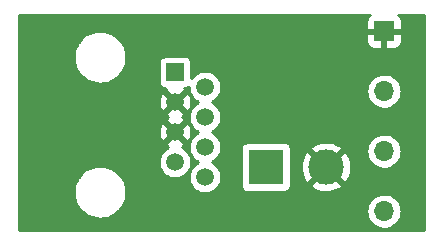
<source format=gbr>
G04 #@! TF.GenerationSoftware,KiCad,Pcbnew,5.99.0-unknown-48ae188~86~ubuntu18.04.1*
G04 #@! TF.CreationDate,2020-01-28T17:25:18+02:00*
G04 #@! TF.ProjectId,adapter,61646170-7465-4722-9e6b-696361645f70,rev?*
G04 #@! TF.SameCoordinates,Original*
G04 #@! TF.FileFunction,Copper,L1,Top*
G04 #@! TF.FilePolarity,Positive*
%FSLAX46Y46*%
G04 Gerber Fmt 4.6, Leading zero omitted, Abs format (unit mm)*
G04 Created by KiCad (PCBNEW 5.99.0-unknown-48ae188~86~ubuntu18.04.1) date 2020-01-28 17:25:18*
%MOMM*%
%LPD*%
G04 APERTURE LIST*
%ADD10R,1.700000X1.700000*%
%ADD11O,1.700000X1.700000*%
%ADD12R,3.000000X3.000000*%
%ADD13C,3.000000*%
%ADD14C,1.500000*%
%ADD15R,1.500000X1.500000*%
%ADD16C,0.254000*%
G04 APERTURE END LIST*
D10*
X81500000Y-42000000D03*
D11*
X81500000Y-47080000D03*
X81500000Y-52160000D03*
X81500000Y-57240000D03*
D12*
X71500000Y-53500000D03*
D13*
X76580000Y-53500000D03*
D14*
X66345000Y-54360000D03*
X63805000Y-53090000D03*
X66345000Y-51820000D03*
X63805000Y-50550000D03*
X66345000Y-49280000D03*
X63805000Y-48010000D03*
X66345000Y-46740000D03*
D15*
X63805000Y-45470000D03*
G36*
X80165410Y-40728990D02*
G01*
X80151239Y-40745879D01*
X80050641Y-40920120D01*
X80043100Y-40940837D01*
X80009122Y-41133538D01*
X80008163Y-41144499D01*
X80008163Y-41798191D01*
X80081972Y-41872000D01*
X82918028Y-41872000D01*
X82991837Y-41798191D01*
X82991837Y-41141742D01*
X82989681Y-41125366D01*
X82914863Y-40846142D01*
X82902120Y-40821662D01*
X82771010Y-40665410D01*
X82754121Y-40651239D01*
X82724262Y-40634000D01*
X84866000Y-40634000D01*
X84866001Y-58866000D01*
X50634000Y-58866000D01*
X50634000Y-55754598D01*
X55219541Y-55754598D01*
X55220035Y-55763164D01*
X55257133Y-56056832D01*
X55258785Y-56065252D01*
X55335397Y-56351168D01*
X55338176Y-56359285D01*
X55452881Y-56632159D01*
X55456736Y-56639824D01*
X55607413Y-56894606D01*
X55612273Y-56901677D01*
X55796134Y-57133652D01*
X55801909Y-57139998D01*
X56015551Y-57344873D01*
X56022133Y-57350377D01*
X56261605Y-57524363D01*
X56268873Y-57528922D01*
X56529740Y-57668798D01*
X56537560Y-57672329D01*
X56814998Y-57775507D01*
X56823224Y-57777944D01*
X57112098Y-57842514D01*
X57120579Y-57843812D01*
X57415543Y-57868581D01*
X57424122Y-57868716D01*
X57719718Y-57853225D01*
X57728236Y-57852194D01*
X58018996Y-57796728D01*
X58027295Y-57794551D01*
X58307836Y-57700138D01*
X58315762Y-57696855D01*
X58580895Y-57565242D01*
X58588303Y-57560914D01*
X58833121Y-57394536D01*
X58839873Y-57389242D01*
X59015571Y-57231043D01*
X80011109Y-57231043D01*
X80029188Y-57471497D01*
X80030885Y-57482034D01*
X80089221Y-57716005D01*
X80092669Y-57726104D01*
X80189591Y-57946900D01*
X80194692Y-57956275D01*
X80327430Y-58157584D01*
X80334038Y-58165965D01*
X80498798Y-58342032D01*
X80506722Y-58349180D01*
X80698792Y-58494968D01*
X80707808Y-58500679D01*
X80921696Y-58612021D01*
X80931545Y-58616131D01*
X81161134Y-58689844D01*
X81171535Y-58692236D01*
X81410262Y-58726212D01*
X81420917Y-58726817D01*
X81661956Y-58720084D01*
X81672561Y-58718885D01*
X81909019Y-58671636D01*
X81919270Y-58668667D01*
X82144387Y-58582253D01*
X82153991Y-58577600D01*
X82361330Y-58454491D01*
X82370012Y-58448286D01*
X82553645Y-58292004D01*
X82561158Y-58284424D01*
X82715833Y-58099435D01*
X82721962Y-58090698D01*
X82843256Y-57882294D01*
X82847825Y-57872650D01*
X82932272Y-57646787D01*
X82935151Y-57636511D01*
X82980392Y-57399351D01*
X82981507Y-57388128D01*
X82984077Y-57120341D01*
X82983178Y-57109099D01*
X82942499Y-56871114D01*
X82939817Y-56860784D01*
X82859723Y-56633343D01*
X82855339Y-56623612D01*
X82738067Y-56412916D01*
X82732107Y-56404064D01*
X82581013Y-56216140D01*
X82573647Y-56208417D01*
X82393049Y-56048638D01*
X82384486Y-56042267D01*
X82179549Y-55915202D01*
X82170036Y-55910365D01*
X81946619Y-55819645D01*
X81936427Y-55816480D01*
X81700919Y-55764700D01*
X81690340Y-55763298D01*
X81449475Y-55751939D01*
X81438809Y-55752339D01*
X81199474Y-55781727D01*
X81189030Y-55783918D01*
X80958068Y-55853210D01*
X80948142Y-55857130D01*
X80732155Y-55964346D01*
X80723032Y-55969882D01*
X80528199Y-56111957D01*
X80520138Y-56118952D01*
X80352029Y-56291822D01*
X80345263Y-56300074D01*
X80208683Y-56498798D01*
X80203403Y-56508073D01*
X80102260Y-56726968D01*
X80098618Y-56737000D01*
X80035802Y-56969807D01*
X80033903Y-56980309D01*
X80011211Y-57220372D01*
X80011109Y-57231043D01*
X59015571Y-57231043D01*
X59059846Y-57191178D01*
X59065816Y-57185016D01*
X59256873Y-56958930D01*
X59261953Y-56952015D01*
X59420559Y-56702093D01*
X59424653Y-56694553D01*
X59547873Y-56425417D01*
X59550905Y-56417391D01*
X59636459Y-56134022D01*
X59638375Y-56125659D01*
X59684731Y-55832974D01*
X59685505Y-55823766D01*
X59689073Y-55482988D01*
X59688493Y-55473766D01*
X59648276Y-55180176D01*
X59646536Y-55171774D01*
X59566936Y-54886675D01*
X59564072Y-54878588D01*
X59446515Y-54606930D01*
X59442580Y-54599306D01*
X59289243Y-54346116D01*
X59284309Y-54339096D01*
X59098029Y-54109060D01*
X59092188Y-54102775D01*
X58876412Y-53900147D01*
X58869772Y-53894713D01*
X58628493Y-53723244D01*
X58621177Y-53718761D01*
X58358859Y-53581625D01*
X58351003Y-53578176D01*
X58072500Y-53477909D01*
X58064248Y-53475558D01*
X57774715Y-53414016D01*
X57766220Y-53412807D01*
X57471013Y-53391128D01*
X57462433Y-53391083D01*
X57167015Y-53409669D01*
X57158508Y-53410789D01*
X56868346Y-53469297D01*
X56860070Y-53471561D01*
X56580533Y-53568905D01*
X56572641Y-53572272D01*
X56308901Y-53706654D01*
X56301539Y-53711060D01*
X56058476Y-53879992D01*
X56051781Y-53885357D01*
X55833894Y-54085713D01*
X55827988Y-54091937D01*
X55639309Y-54320011D01*
X55634302Y-54326979D01*
X55478323Y-54578549D01*
X55474308Y-54586131D01*
X55353912Y-54856543D01*
X55350964Y-54864601D01*
X55268382Y-55148850D01*
X55266554Y-55157233D01*
X55223313Y-55450059D01*
X55222640Y-55458613D01*
X55219541Y-55754598D01*
X50634000Y-55754598D01*
X50634000Y-53059247D01*
X62416245Y-53059247D01*
X62431050Y-53294567D01*
X62432748Y-53305661D01*
X62488991Y-53534640D01*
X62492626Y-53545257D01*
X62588528Y-53760657D01*
X62593986Y-53770463D01*
X62726517Y-53965477D01*
X62733625Y-53974161D01*
X62898595Y-54142624D01*
X62907129Y-54149912D01*
X63099324Y-54286498D01*
X63109013Y-54292160D01*
X63322358Y-54392552D01*
X63332897Y-54396409D01*
X63560648Y-54457435D01*
X63571704Y-54459365D01*
X63806661Y-54479095D01*
X63817884Y-54479036D01*
X64052623Y-54456847D01*
X64063659Y-54454801D01*
X64290757Y-54391393D01*
X64301255Y-54387426D01*
X64513537Y-54284806D01*
X64523167Y-54279042D01*
X64713921Y-54140452D01*
X64722378Y-54133074D01*
X64885575Y-53962894D01*
X64892592Y-53954135D01*
X65023073Y-53757746D01*
X65028429Y-53747882D01*
X65122070Y-53531490D01*
X65125594Y-53520834D01*
X65179624Y-53290474D01*
X65181271Y-53277704D01*
X65189209Y-52974582D01*
X65188233Y-52961742D01*
X65146332Y-52728870D01*
X65143371Y-52718045D01*
X65061183Y-52497048D01*
X65056351Y-52486919D01*
X64936327Y-52283969D01*
X64929778Y-52274855D01*
X64775711Y-52096367D01*
X64767651Y-52088557D01*
X64584412Y-51940173D01*
X64575097Y-51933914D01*
X64368478Y-51820323D01*
X64362630Y-51817756D01*
X64513537Y-51744806D01*
X64523167Y-51739043D01*
X64618691Y-51669641D01*
X64627806Y-51553825D01*
X63857191Y-50783210D01*
X63752809Y-50783210D01*
X62982297Y-51553722D01*
X62992085Y-51670286D01*
X63099323Y-51746497D01*
X63109013Y-51752160D01*
X63253515Y-51820157D01*
X63172883Y-51853063D01*
X63162911Y-51858210D01*
X62963831Y-51984549D01*
X62954927Y-51991382D01*
X62781367Y-52150979D01*
X62773814Y-52159280D01*
X62631259Y-52347089D01*
X62625295Y-52356596D01*
X62518251Y-52566682D01*
X62514065Y-52577095D01*
X62445915Y-52802817D01*
X62443639Y-52813807D01*
X62416539Y-53048028D01*
X62416245Y-53059247D01*
X50634000Y-53059247D01*
X50634000Y-50519247D01*
X62416245Y-50519247D01*
X62431050Y-50754567D01*
X62432748Y-50765661D01*
X62488991Y-50994640D01*
X62492626Y-51005257D01*
X62588528Y-51220657D01*
X62593986Y-51230464D01*
X62683131Y-51361635D01*
X62801186Y-51372794D01*
X63571790Y-50602191D01*
X63571790Y-50497809D01*
X64038210Y-50497809D01*
X64038210Y-50602191D01*
X64809009Y-51372990D01*
X64927808Y-51361132D01*
X65023073Y-51217745D01*
X65028429Y-51207882D01*
X65122070Y-50991490D01*
X65125594Y-50980834D01*
X65179624Y-50750474D01*
X65181271Y-50737704D01*
X65189209Y-50434582D01*
X65188233Y-50421742D01*
X65146332Y-50188870D01*
X65143371Y-50178045D01*
X65061183Y-49957049D01*
X65056351Y-49946919D01*
X64933977Y-49739995D01*
X64811497Y-49724522D01*
X64038210Y-50497809D01*
X63571790Y-50497809D01*
X62800677Y-49726696D01*
X62686365Y-49734489D01*
X62631259Y-49807089D01*
X62625295Y-49816596D01*
X62518251Y-50026682D01*
X62514065Y-50037095D01*
X62445915Y-50262817D01*
X62443639Y-50273807D01*
X62416539Y-50508028D01*
X62416245Y-50519247D01*
X50634000Y-50519247D01*
X50634000Y-49545301D01*
X62981321Y-49545301D01*
X63752809Y-50316790D01*
X63857191Y-50316790D01*
X64633211Y-49540770D01*
X64615469Y-49416109D01*
X64368478Y-49280323D01*
X64362630Y-49277756D01*
X64513537Y-49204806D01*
X64523167Y-49199043D01*
X64618691Y-49129641D01*
X64627806Y-49013825D01*
X63857191Y-48243210D01*
X63752809Y-48243210D01*
X62982297Y-49013722D01*
X62992085Y-49130286D01*
X63099323Y-49206497D01*
X63109013Y-49212160D01*
X63253515Y-49280157D01*
X63172883Y-49313063D01*
X63162911Y-49318210D01*
X62994599Y-49425023D01*
X62981321Y-49545301D01*
X50634000Y-49545301D01*
X50634000Y-47979247D01*
X62416245Y-47979247D01*
X62431050Y-48214567D01*
X62432748Y-48225661D01*
X62488991Y-48454640D01*
X62492626Y-48465257D01*
X62588528Y-48680657D01*
X62593986Y-48690464D01*
X62683131Y-48821635D01*
X62801186Y-48832794D01*
X63571790Y-48062191D01*
X63571790Y-47957809D01*
X64038210Y-47957809D01*
X64038210Y-48062191D01*
X64809009Y-48832990D01*
X64927808Y-48821132D01*
X65023073Y-48677745D01*
X65028429Y-48667882D01*
X65122070Y-48451490D01*
X65125594Y-48440834D01*
X65179624Y-48210474D01*
X65181271Y-48197704D01*
X65189209Y-47894582D01*
X65188233Y-47881742D01*
X65146332Y-47648870D01*
X65143371Y-47638045D01*
X65061183Y-47417049D01*
X65056351Y-47406919D01*
X64933977Y-47199995D01*
X64811497Y-47184522D01*
X64038210Y-47957809D01*
X63571790Y-47957809D01*
X62800677Y-47186696D01*
X62686365Y-47194489D01*
X62631259Y-47267089D01*
X62625295Y-47276596D01*
X62518251Y-47486682D01*
X62514065Y-47497095D01*
X62445915Y-47722817D01*
X62443639Y-47733807D01*
X62416539Y-47968028D01*
X62416245Y-47979247D01*
X50634000Y-47979247D01*
X50634000Y-44324598D01*
X55219541Y-44324598D01*
X55220035Y-44333164D01*
X55257133Y-44626832D01*
X55258785Y-44635252D01*
X55335397Y-44921168D01*
X55338176Y-44929285D01*
X55452881Y-45202159D01*
X55456736Y-45209824D01*
X55607413Y-45464606D01*
X55612273Y-45471677D01*
X55796134Y-45703652D01*
X55801909Y-45709998D01*
X56015551Y-45914873D01*
X56022133Y-45920377D01*
X56261605Y-46094363D01*
X56268873Y-46098922D01*
X56529740Y-46238798D01*
X56537560Y-46242329D01*
X56814998Y-46345507D01*
X56823224Y-46347944D01*
X57112098Y-46412514D01*
X57120579Y-46413812D01*
X57415543Y-46438581D01*
X57424122Y-46438716D01*
X57719718Y-46423225D01*
X57728236Y-46422194D01*
X58018996Y-46366728D01*
X58027295Y-46364551D01*
X58307836Y-46270138D01*
X58315762Y-46266855D01*
X58580895Y-46135242D01*
X58588303Y-46130914D01*
X58833121Y-45964536D01*
X58839873Y-45959242D01*
X59059846Y-45761178D01*
X59065816Y-45755016D01*
X59256873Y-45528930D01*
X59261953Y-45522015D01*
X59420559Y-45272093D01*
X59424653Y-45264553D01*
X59547873Y-44995417D01*
X59550905Y-44987391D01*
X59633295Y-44714499D01*
X62413163Y-44714499D01*
X62413163Y-46228258D01*
X62415319Y-46244634D01*
X62490137Y-46523859D01*
X62502880Y-46548339D01*
X62633990Y-46704590D01*
X62650879Y-46718761D01*
X62825120Y-46819359D01*
X62845837Y-46826900D01*
X63033927Y-46860065D01*
X62994599Y-46885023D01*
X62981321Y-47005301D01*
X63752809Y-47776790D01*
X63857191Y-47776790D01*
X64633211Y-47000770D01*
X64615469Y-46876109D01*
X64583636Y-46858609D01*
X64858859Y-46784863D01*
X64883339Y-46772120D01*
X64956346Y-46710860D01*
X64971050Y-46944567D01*
X64972748Y-46955661D01*
X65028991Y-47184640D01*
X65032626Y-47195257D01*
X65128528Y-47410657D01*
X65133986Y-47420463D01*
X65266517Y-47615477D01*
X65273625Y-47624161D01*
X65438595Y-47792624D01*
X65447129Y-47799912D01*
X65639324Y-47936498D01*
X65649013Y-47942160D01*
X65793515Y-48010157D01*
X65712883Y-48043063D01*
X65702911Y-48048210D01*
X65503831Y-48174549D01*
X65494927Y-48181382D01*
X65321367Y-48340979D01*
X65313814Y-48349280D01*
X65171259Y-48537089D01*
X65165295Y-48546596D01*
X65058251Y-48756682D01*
X65054065Y-48767095D01*
X64985915Y-48992817D01*
X64983639Y-49003807D01*
X64956539Y-49238028D01*
X64956245Y-49249247D01*
X64971050Y-49484567D01*
X64972748Y-49495661D01*
X65028991Y-49724640D01*
X65032626Y-49735257D01*
X65128528Y-49950657D01*
X65133986Y-49960463D01*
X65266517Y-50155477D01*
X65273625Y-50164161D01*
X65438595Y-50332624D01*
X65447129Y-50339912D01*
X65639324Y-50476498D01*
X65649013Y-50482160D01*
X65793515Y-50550157D01*
X65712883Y-50583063D01*
X65702911Y-50588210D01*
X65503831Y-50714549D01*
X65494927Y-50721382D01*
X65321367Y-50880979D01*
X65313814Y-50889280D01*
X65171259Y-51077089D01*
X65165295Y-51086596D01*
X65058251Y-51296682D01*
X65054065Y-51307095D01*
X64985915Y-51532817D01*
X64983639Y-51543807D01*
X64956539Y-51778028D01*
X64956245Y-51789247D01*
X64971050Y-52024567D01*
X64972748Y-52035661D01*
X65028991Y-52264640D01*
X65032626Y-52275257D01*
X65128528Y-52490657D01*
X65133986Y-52500463D01*
X65266517Y-52695477D01*
X65273625Y-52704161D01*
X65438595Y-52872624D01*
X65447129Y-52879912D01*
X65639324Y-53016498D01*
X65649013Y-53022160D01*
X65793515Y-53090157D01*
X65712883Y-53123063D01*
X65702911Y-53128210D01*
X65503831Y-53254549D01*
X65494927Y-53261382D01*
X65321367Y-53420979D01*
X65313814Y-53429280D01*
X65171259Y-53617089D01*
X65165295Y-53626596D01*
X65058251Y-53836682D01*
X65054065Y-53847095D01*
X64985915Y-54072817D01*
X64983639Y-54083807D01*
X64956539Y-54318028D01*
X64956245Y-54329247D01*
X64971050Y-54564567D01*
X64972748Y-54575661D01*
X65028991Y-54804640D01*
X65032626Y-54815257D01*
X65128528Y-55030657D01*
X65133986Y-55040463D01*
X65266517Y-55235477D01*
X65273625Y-55244161D01*
X65438595Y-55412624D01*
X65447129Y-55419912D01*
X65639324Y-55556498D01*
X65649013Y-55562160D01*
X65862358Y-55662552D01*
X65872897Y-55666409D01*
X66100648Y-55727435D01*
X66111704Y-55729365D01*
X66346661Y-55749095D01*
X66357884Y-55749036D01*
X66592623Y-55726847D01*
X66603659Y-55724801D01*
X66830757Y-55661393D01*
X66841255Y-55657426D01*
X67053537Y-55554806D01*
X67063167Y-55549042D01*
X67253921Y-55410452D01*
X67262378Y-55403074D01*
X67425575Y-55232894D01*
X67432592Y-55224135D01*
X67563073Y-55027746D01*
X67568429Y-55017882D01*
X67662070Y-54801490D01*
X67665594Y-54790834D01*
X67719624Y-54560474D01*
X67721271Y-54547704D01*
X67729209Y-54244582D01*
X67728233Y-54231742D01*
X67686332Y-53998870D01*
X67683371Y-53988045D01*
X67601183Y-53767048D01*
X67596351Y-53756919D01*
X67476327Y-53553969D01*
X67469778Y-53544855D01*
X67315711Y-53366367D01*
X67307651Y-53358557D01*
X67124412Y-53210173D01*
X67115097Y-53203914D01*
X66908478Y-53090323D01*
X66902630Y-53087756D01*
X67053537Y-53014806D01*
X67063167Y-53009042D01*
X67253921Y-52870452D01*
X67262378Y-52863074D01*
X67425575Y-52692894D01*
X67432592Y-52684135D01*
X67563073Y-52487746D01*
X67568429Y-52477882D01*
X67662070Y-52261490D01*
X67665594Y-52250834D01*
X67719624Y-52020474D01*
X67721271Y-52007704D01*
X67721616Y-51994499D01*
X69358163Y-51994499D01*
X69358163Y-55008258D01*
X69360319Y-55024634D01*
X69435137Y-55303859D01*
X69447880Y-55328339D01*
X69578990Y-55484590D01*
X69595879Y-55498761D01*
X69770120Y-55599359D01*
X69790837Y-55606900D01*
X69983538Y-55640878D01*
X69994499Y-55641837D01*
X73008258Y-55641837D01*
X73024634Y-55639681D01*
X73303859Y-55564863D01*
X73328339Y-55552120D01*
X73484590Y-55421010D01*
X73498761Y-55404121D01*
X73599359Y-55229880D01*
X73606900Y-55209163D01*
X73636882Y-55039124D01*
X75221895Y-55039124D01*
X75228825Y-55152430D01*
X75380293Y-55270770D01*
X75387588Y-55275691D01*
X75638411Y-55420504D01*
X75646321Y-55424362D01*
X75914858Y-55532858D01*
X75923228Y-55535578D01*
X76204250Y-55605644D01*
X76212916Y-55607172D01*
X76500956Y-55637447D01*
X76509751Y-55637754D01*
X76799201Y-55627646D01*
X76807953Y-55626726D01*
X77093178Y-55576433D01*
X77101716Y-55574304D01*
X77377168Y-55484804D01*
X77385327Y-55481508D01*
X77645641Y-55354544D01*
X77653262Y-55350144D01*
X77931653Y-55162367D01*
X77943045Y-55044064D01*
X76632191Y-53733210D01*
X76527809Y-53733210D01*
X75221895Y-55039124D01*
X73636882Y-55039124D01*
X73640878Y-55016462D01*
X73641837Y-55005501D01*
X73641837Y-53495600D01*
X74441097Y-53495600D01*
X74441097Y-53504400D01*
X74461300Y-53793320D01*
X74462525Y-53802035D01*
X74522741Y-54085332D01*
X74525167Y-54093791D01*
X74624226Y-54365950D01*
X74627805Y-54373989D01*
X74763775Y-54629714D01*
X74768439Y-54637178D01*
X74923480Y-54850571D01*
X75039295Y-54859686D01*
X76346790Y-53552191D01*
X76346790Y-53447809D01*
X76813210Y-53447809D01*
X76813210Y-53552191D01*
X78119294Y-54858275D01*
X78230071Y-54853438D01*
X78307823Y-54760775D01*
X78312996Y-54753656D01*
X78466474Y-54508039D01*
X78470605Y-54500269D01*
X78588406Y-54235682D01*
X78591416Y-54227413D01*
X78671248Y-53949007D01*
X78673077Y-53940399D01*
X78713386Y-53653592D01*
X78714000Y-53644813D01*
X78714000Y-53355187D01*
X78713386Y-53346408D01*
X78673077Y-53059601D01*
X78671248Y-53050993D01*
X78591416Y-52772587D01*
X78588406Y-52764318D01*
X78470605Y-52499731D01*
X78466474Y-52491961D01*
X78312996Y-52246344D01*
X78307823Y-52239225D01*
X78233831Y-52151043D01*
X80011109Y-52151043D01*
X80029188Y-52391497D01*
X80030885Y-52402034D01*
X80089221Y-52636005D01*
X80092669Y-52646104D01*
X80189591Y-52866900D01*
X80194692Y-52876275D01*
X80327430Y-53077584D01*
X80334038Y-53085965D01*
X80498798Y-53262032D01*
X80506722Y-53269180D01*
X80698792Y-53414968D01*
X80707808Y-53420679D01*
X80921696Y-53532021D01*
X80931545Y-53536131D01*
X81161134Y-53609844D01*
X81171535Y-53612236D01*
X81410262Y-53646212D01*
X81420917Y-53646817D01*
X81661956Y-53640084D01*
X81672561Y-53638885D01*
X81909019Y-53591636D01*
X81919270Y-53588667D01*
X82144387Y-53502253D01*
X82153991Y-53497600D01*
X82361330Y-53374491D01*
X82370012Y-53368286D01*
X82553645Y-53212004D01*
X82561158Y-53204424D01*
X82715833Y-53019435D01*
X82721962Y-53010698D01*
X82843256Y-52802294D01*
X82847825Y-52792650D01*
X82932272Y-52566787D01*
X82935151Y-52556511D01*
X82980392Y-52319351D01*
X82981507Y-52308128D01*
X82984077Y-52040341D01*
X82983178Y-52029099D01*
X82942499Y-51791114D01*
X82939817Y-51780784D01*
X82859723Y-51553343D01*
X82855339Y-51543612D01*
X82738067Y-51332916D01*
X82732107Y-51324064D01*
X82581013Y-51136140D01*
X82573647Y-51128417D01*
X82393049Y-50968638D01*
X82384486Y-50962267D01*
X82179549Y-50835202D01*
X82170036Y-50830365D01*
X81946619Y-50739645D01*
X81936427Y-50736480D01*
X81700919Y-50684700D01*
X81690340Y-50683298D01*
X81449475Y-50671939D01*
X81438809Y-50672339D01*
X81199474Y-50701727D01*
X81189030Y-50703918D01*
X80958068Y-50773210D01*
X80948142Y-50777130D01*
X80732155Y-50884346D01*
X80723032Y-50889882D01*
X80528199Y-51031957D01*
X80520138Y-51038952D01*
X80352029Y-51211822D01*
X80345263Y-51220074D01*
X80208683Y-51418798D01*
X80203403Y-51428073D01*
X80102260Y-51646968D01*
X80098618Y-51657000D01*
X80035802Y-51889807D01*
X80033903Y-51900309D01*
X80011211Y-52140372D01*
X80011109Y-52151043D01*
X78233831Y-52151043D01*
X78230071Y-52146562D01*
X78119294Y-52141725D01*
X76813210Y-53447809D01*
X76346790Y-53447809D01*
X75039295Y-52140314D01*
X74923480Y-52149429D01*
X74768439Y-52362822D01*
X74763775Y-52370286D01*
X74627805Y-52626011D01*
X74624226Y-52634050D01*
X74525167Y-52906209D01*
X74522741Y-52914668D01*
X74462525Y-53197965D01*
X74461300Y-53206680D01*
X74441097Y-53495600D01*
X73641837Y-53495600D01*
X73641837Y-51991742D01*
X73639681Y-51975366D01*
X73635799Y-51960876D01*
X75221895Y-51960876D01*
X76527809Y-53266790D01*
X76632191Y-53266790D01*
X77943045Y-51955936D01*
X77931653Y-51837633D01*
X77653262Y-51649856D01*
X77645641Y-51645456D01*
X77385327Y-51518492D01*
X77377168Y-51515196D01*
X77101716Y-51425696D01*
X77093178Y-51423567D01*
X76807953Y-51373274D01*
X76799201Y-51372354D01*
X76509751Y-51362246D01*
X76500956Y-51362553D01*
X76212916Y-51392828D01*
X76204250Y-51394356D01*
X75923228Y-51464422D01*
X75914858Y-51467142D01*
X75646321Y-51575638D01*
X75638411Y-51579496D01*
X75387588Y-51724309D01*
X75380293Y-51729230D01*
X75228825Y-51847570D01*
X75221895Y-51960876D01*
X73635799Y-51960876D01*
X73564863Y-51696142D01*
X73552120Y-51671662D01*
X73421010Y-51515410D01*
X73404121Y-51501239D01*
X73229880Y-51400641D01*
X73209163Y-51393100D01*
X73016462Y-51359122D01*
X73005501Y-51358163D01*
X69991742Y-51358163D01*
X69975366Y-51360319D01*
X69696142Y-51435137D01*
X69671662Y-51447880D01*
X69515410Y-51578990D01*
X69501239Y-51595879D01*
X69400641Y-51770120D01*
X69393100Y-51790837D01*
X69359122Y-51983538D01*
X69358163Y-51994499D01*
X67721616Y-51994499D01*
X67729209Y-51704582D01*
X67728233Y-51691742D01*
X67686332Y-51458870D01*
X67683371Y-51448045D01*
X67601183Y-51227048D01*
X67596351Y-51216919D01*
X67476327Y-51013969D01*
X67469778Y-51004855D01*
X67315711Y-50826367D01*
X67307651Y-50818557D01*
X67124412Y-50670173D01*
X67115097Y-50663914D01*
X66908478Y-50550323D01*
X66902630Y-50547756D01*
X67053537Y-50474806D01*
X67063167Y-50469042D01*
X67253921Y-50330452D01*
X67262378Y-50323074D01*
X67425575Y-50152894D01*
X67432592Y-50144135D01*
X67563073Y-49947746D01*
X67568429Y-49937882D01*
X67662070Y-49721490D01*
X67665594Y-49710834D01*
X67719624Y-49480474D01*
X67721271Y-49467704D01*
X67729209Y-49164582D01*
X67728233Y-49151742D01*
X67686332Y-48918870D01*
X67683371Y-48908045D01*
X67601183Y-48687048D01*
X67596351Y-48676919D01*
X67476327Y-48473969D01*
X67469778Y-48464855D01*
X67315711Y-48286367D01*
X67307651Y-48278557D01*
X67124412Y-48130173D01*
X67115097Y-48123914D01*
X66908478Y-48010323D01*
X66902630Y-48007756D01*
X67053537Y-47934806D01*
X67063167Y-47929042D01*
X67253921Y-47790452D01*
X67262378Y-47783074D01*
X67425575Y-47612894D01*
X67432592Y-47604135D01*
X67563073Y-47407746D01*
X67568429Y-47397882D01*
X67662070Y-47181490D01*
X67665594Y-47170834D01*
X67688999Y-47071043D01*
X80011109Y-47071043D01*
X80029188Y-47311497D01*
X80030885Y-47322034D01*
X80089221Y-47556005D01*
X80092669Y-47566104D01*
X80189591Y-47786900D01*
X80194692Y-47796275D01*
X80327430Y-47997584D01*
X80334038Y-48005965D01*
X80498798Y-48182032D01*
X80506722Y-48189180D01*
X80698792Y-48334968D01*
X80707808Y-48340679D01*
X80921696Y-48452021D01*
X80931545Y-48456131D01*
X81161134Y-48529844D01*
X81171535Y-48532236D01*
X81410262Y-48566212D01*
X81420917Y-48566817D01*
X81661956Y-48560084D01*
X81672561Y-48558885D01*
X81909019Y-48511636D01*
X81919270Y-48508667D01*
X82144387Y-48422253D01*
X82153991Y-48417600D01*
X82361330Y-48294491D01*
X82370012Y-48288286D01*
X82553645Y-48132004D01*
X82561158Y-48124424D01*
X82715833Y-47939435D01*
X82721962Y-47930698D01*
X82843256Y-47722294D01*
X82847825Y-47712650D01*
X82932272Y-47486787D01*
X82935151Y-47476511D01*
X82980392Y-47239351D01*
X82981507Y-47228128D01*
X82984077Y-46960341D01*
X82983178Y-46949099D01*
X82942499Y-46711114D01*
X82939817Y-46700784D01*
X82859723Y-46473343D01*
X82855339Y-46463612D01*
X82738067Y-46252916D01*
X82732107Y-46244064D01*
X82581013Y-46056140D01*
X82573647Y-46048417D01*
X82393049Y-45888638D01*
X82384486Y-45882267D01*
X82179549Y-45755202D01*
X82170036Y-45750365D01*
X81946619Y-45659645D01*
X81936427Y-45656480D01*
X81700919Y-45604700D01*
X81690340Y-45603298D01*
X81449475Y-45591939D01*
X81438809Y-45592339D01*
X81199474Y-45621727D01*
X81189030Y-45623918D01*
X80958068Y-45693210D01*
X80948142Y-45697130D01*
X80732155Y-45804346D01*
X80723032Y-45809882D01*
X80528199Y-45951957D01*
X80520138Y-45958952D01*
X80352029Y-46131822D01*
X80345263Y-46140074D01*
X80208683Y-46338798D01*
X80203403Y-46348073D01*
X80102260Y-46566968D01*
X80098618Y-46577000D01*
X80035802Y-46809807D01*
X80033903Y-46820309D01*
X80011211Y-47060372D01*
X80011109Y-47071043D01*
X67688999Y-47071043D01*
X67719624Y-46940474D01*
X67721271Y-46927704D01*
X67729209Y-46624582D01*
X67728233Y-46611742D01*
X67686332Y-46378870D01*
X67683371Y-46368045D01*
X67601183Y-46147048D01*
X67596351Y-46136919D01*
X67476327Y-45933969D01*
X67469778Y-45924855D01*
X67315711Y-45746367D01*
X67307651Y-45738557D01*
X67124412Y-45590173D01*
X67115097Y-45583914D01*
X66908478Y-45470323D01*
X66898201Y-45465812D01*
X66674731Y-45390606D01*
X66663819Y-45387986D01*
X66430563Y-45353542D01*
X66419359Y-45352896D01*
X66183690Y-45360302D01*
X66172549Y-45361651D01*
X65941916Y-45410673D01*
X65931189Y-45413973D01*
X65712883Y-45503063D01*
X65702911Y-45508210D01*
X65503831Y-45634549D01*
X65494927Y-45641382D01*
X65321367Y-45800979D01*
X65313814Y-45809280D01*
X65196837Y-45963391D01*
X65196837Y-44711742D01*
X65194681Y-44695366D01*
X65119863Y-44416142D01*
X65107120Y-44391662D01*
X64976010Y-44235410D01*
X64959121Y-44221239D01*
X64784880Y-44120641D01*
X64764163Y-44113100D01*
X64571462Y-44079122D01*
X64560501Y-44078163D01*
X63046742Y-44078163D01*
X63030366Y-44080319D01*
X62751142Y-44155137D01*
X62726662Y-44167880D01*
X62570410Y-44298990D01*
X62556239Y-44315879D01*
X62455641Y-44490120D01*
X62448100Y-44510837D01*
X62414122Y-44703538D01*
X62413163Y-44714499D01*
X59633295Y-44714499D01*
X59636459Y-44704022D01*
X59638375Y-44695659D01*
X59684731Y-44402974D01*
X59685505Y-44393766D01*
X59689073Y-44052988D01*
X59688493Y-44043766D01*
X59648276Y-43750176D01*
X59646536Y-43741774D01*
X59566936Y-43456675D01*
X59564072Y-43448588D01*
X59446515Y-43176930D01*
X59442580Y-43169306D01*
X59289243Y-42916116D01*
X59284309Y-42909096D01*
X59098029Y-42679060D01*
X59092188Y-42672775D01*
X58876412Y-42470147D01*
X58869772Y-42464713D01*
X58628493Y-42293244D01*
X58621177Y-42288761D01*
X58454853Y-42201809D01*
X80008163Y-42201809D01*
X80008163Y-42858258D01*
X80010319Y-42874634D01*
X80085137Y-43153859D01*
X80097880Y-43178339D01*
X80228990Y-43334590D01*
X80245879Y-43348761D01*
X80420120Y-43449359D01*
X80440837Y-43456900D01*
X80633538Y-43490878D01*
X80644499Y-43491837D01*
X81298191Y-43491837D01*
X81372000Y-43418028D01*
X81372000Y-42201809D01*
X81628000Y-42201809D01*
X81628000Y-43418028D01*
X81701809Y-43491837D01*
X82358258Y-43491837D01*
X82374634Y-43489681D01*
X82653859Y-43414863D01*
X82678339Y-43402120D01*
X82834590Y-43271010D01*
X82848761Y-43254121D01*
X82949359Y-43079880D01*
X82956900Y-43059163D01*
X82990878Y-42866462D01*
X82991837Y-42855501D01*
X82991837Y-42201809D01*
X82918028Y-42128000D01*
X81701809Y-42128000D01*
X81628000Y-42201809D01*
X81372000Y-42201809D01*
X81298191Y-42128000D01*
X80081972Y-42128000D01*
X80008163Y-42201809D01*
X58454853Y-42201809D01*
X58358859Y-42151625D01*
X58351003Y-42148176D01*
X58072500Y-42047909D01*
X58064248Y-42045558D01*
X57774715Y-41984016D01*
X57766220Y-41982807D01*
X57471013Y-41961128D01*
X57462433Y-41961083D01*
X57167015Y-41979669D01*
X57158508Y-41980789D01*
X56868346Y-42039297D01*
X56860070Y-42041561D01*
X56580533Y-42138905D01*
X56572641Y-42142272D01*
X56308901Y-42276654D01*
X56301539Y-42281060D01*
X56058476Y-42449992D01*
X56051781Y-42455357D01*
X55833894Y-42655713D01*
X55827988Y-42661937D01*
X55639309Y-42890011D01*
X55634302Y-42896979D01*
X55478323Y-43148549D01*
X55474308Y-43156131D01*
X55353912Y-43426543D01*
X55350964Y-43434601D01*
X55268382Y-43718850D01*
X55266554Y-43727233D01*
X55223313Y-44020059D01*
X55222640Y-44028613D01*
X55219541Y-44324598D01*
X50634000Y-44324598D01*
X50634000Y-40634000D01*
X80278616Y-40634000D01*
X80165410Y-40728990D01*
G37*
D16*
X80165410Y-40728990D02*
X80151239Y-40745879D01*
X80050641Y-40920120D01*
X80043100Y-40940837D01*
X80009122Y-41133538D01*
X80008163Y-41144499D01*
X80008163Y-41798191D01*
X80081972Y-41872000D01*
X82918028Y-41872000D01*
X82991837Y-41798191D01*
X82991837Y-41141742D01*
X82989681Y-41125366D01*
X82914863Y-40846142D01*
X82902120Y-40821662D01*
X82771010Y-40665410D01*
X82754121Y-40651239D01*
X82724262Y-40634000D01*
X84866000Y-40634000D01*
X84866001Y-58866000D01*
X50634000Y-58866000D01*
X50634000Y-55754598D01*
X55219541Y-55754598D01*
X55220035Y-55763164D01*
X55257133Y-56056832D01*
X55258785Y-56065252D01*
X55335397Y-56351168D01*
X55338176Y-56359285D01*
X55452881Y-56632159D01*
X55456736Y-56639824D01*
X55607413Y-56894606D01*
X55612273Y-56901677D01*
X55796134Y-57133652D01*
X55801909Y-57139998D01*
X56015551Y-57344873D01*
X56022133Y-57350377D01*
X56261605Y-57524363D01*
X56268873Y-57528922D01*
X56529740Y-57668798D01*
X56537560Y-57672329D01*
X56814998Y-57775507D01*
X56823224Y-57777944D01*
X57112098Y-57842514D01*
X57120579Y-57843812D01*
X57415543Y-57868581D01*
X57424122Y-57868716D01*
X57719718Y-57853225D01*
X57728236Y-57852194D01*
X58018996Y-57796728D01*
X58027295Y-57794551D01*
X58307836Y-57700138D01*
X58315762Y-57696855D01*
X58580895Y-57565242D01*
X58588303Y-57560914D01*
X58833121Y-57394536D01*
X58839873Y-57389242D01*
X59015571Y-57231043D01*
X80011109Y-57231043D01*
X80029188Y-57471497D01*
X80030885Y-57482034D01*
X80089221Y-57716005D01*
X80092669Y-57726104D01*
X80189591Y-57946900D01*
X80194692Y-57956275D01*
X80327430Y-58157584D01*
X80334038Y-58165965D01*
X80498798Y-58342032D01*
X80506722Y-58349180D01*
X80698792Y-58494968D01*
X80707808Y-58500679D01*
X80921696Y-58612021D01*
X80931545Y-58616131D01*
X81161134Y-58689844D01*
X81171535Y-58692236D01*
X81410262Y-58726212D01*
X81420917Y-58726817D01*
X81661956Y-58720084D01*
X81672561Y-58718885D01*
X81909019Y-58671636D01*
X81919270Y-58668667D01*
X82144387Y-58582253D01*
X82153991Y-58577600D01*
X82361330Y-58454491D01*
X82370012Y-58448286D01*
X82553645Y-58292004D01*
X82561158Y-58284424D01*
X82715833Y-58099435D01*
X82721962Y-58090698D01*
X82843256Y-57882294D01*
X82847825Y-57872650D01*
X82932272Y-57646787D01*
X82935151Y-57636511D01*
X82980392Y-57399351D01*
X82981507Y-57388128D01*
X82984077Y-57120341D01*
X82983178Y-57109099D01*
X82942499Y-56871114D01*
X82939817Y-56860784D01*
X82859723Y-56633343D01*
X82855339Y-56623612D01*
X82738067Y-56412916D01*
X82732107Y-56404064D01*
X82581013Y-56216140D01*
X82573647Y-56208417D01*
X82393049Y-56048638D01*
X82384486Y-56042267D01*
X82179549Y-55915202D01*
X82170036Y-55910365D01*
X81946619Y-55819645D01*
X81936427Y-55816480D01*
X81700919Y-55764700D01*
X81690340Y-55763298D01*
X81449475Y-55751939D01*
X81438809Y-55752339D01*
X81199474Y-55781727D01*
X81189030Y-55783918D01*
X80958068Y-55853210D01*
X80948142Y-55857130D01*
X80732155Y-55964346D01*
X80723032Y-55969882D01*
X80528199Y-56111957D01*
X80520138Y-56118952D01*
X80352029Y-56291822D01*
X80345263Y-56300074D01*
X80208683Y-56498798D01*
X80203403Y-56508073D01*
X80102260Y-56726968D01*
X80098618Y-56737000D01*
X80035802Y-56969807D01*
X80033903Y-56980309D01*
X80011211Y-57220372D01*
X80011109Y-57231043D01*
X59015571Y-57231043D01*
X59059846Y-57191178D01*
X59065816Y-57185016D01*
X59256873Y-56958930D01*
X59261953Y-56952015D01*
X59420559Y-56702093D01*
X59424653Y-56694553D01*
X59547873Y-56425417D01*
X59550905Y-56417391D01*
X59636459Y-56134022D01*
X59638375Y-56125659D01*
X59684731Y-55832974D01*
X59685505Y-55823766D01*
X59689073Y-55482988D01*
X59688493Y-55473766D01*
X59648276Y-55180176D01*
X59646536Y-55171774D01*
X59566936Y-54886675D01*
X59564072Y-54878588D01*
X59446515Y-54606930D01*
X59442580Y-54599306D01*
X59289243Y-54346116D01*
X59284309Y-54339096D01*
X59098029Y-54109060D01*
X59092188Y-54102775D01*
X58876412Y-53900147D01*
X58869772Y-53894713D01*
X58628493Y-53723244D01*
X58621177Y-53718761D01*
X58358859Y-53581625D01*
X58351003Y-53578176D01*
X58072500Y-53477909D01*
X58064248Y-53475558D01*
X57774715Y-53414016D01*
X57766220Y-53412807D01*
X57471013Y-53391128D01*
X57462433Y-53391083D01*
X57167015Y-53409669D01*
X57158508Y-53410789D01*
X56868346Y-53469297D01*
X56860070Y-53471561D01*
X56580533Y-53568905D01*
X56572641Y-53572272D01*
X56308901Y-53706654D01*
X56301539Y-53711060D01*
X56058476Y-53879992D01*
X56051781Y-53885357D01*
X55833894Y-54085713D01*
X55827988Y-54091937D01*
X55639309Y-54320011D01*
X55634302Y-54326979D01*
X55478323Y-54578549D01*
X55474308Y-54586131D01*
X55353912Y-54856543D01*
X55350964Y-54864601D01*
X55268382Y-55148850D01*
X55266554Y-55157233D01*
X55223313Y-55450059D01*
X55222640Y-55458613D01*
X55219541Y-55754598D01*
X50634000Y-55754598D01*
X50634000Y-53059247D01*
X62416245Y-53059247D01*
X62431050Y-53294567D01*
X62432748Y-53305661D01*
X62488991Y-53534640D01*
X62492626Y-53545257D01*
X62588528Y-53760657D01*
X62593986Y-53770463D01*
X62726517Y-53965477D01*
X62733625Y-53974161D01*
X62898595Y-54142624D01*
X62907129Y-54149912D01*
X63099324Y-54286498D01*
X63109013Y-54292160D01*
X63322358Y-54392552D01*
X63332897Y-54396409D01*
X63560648Y-54457435D01*
X63571704Y-54459365D01*
X63806661Y-54479095D01*
X63817884Y-54479036D01*
X64052623Y-54456847D01*
X64063659Y-54454801D01*
X64290757Y-54391393D01*
X64301255Y-54387426D01*
X64513537Y-54284806D01*
X64523167Y-54279042D01*
X64713921Y-54140452D01*
X64722378Y-54133074D01*
X64885575Y-53962894D01*
X64892592Y-53954135D01*
X65023073Y-53757746D01*
X65028429Y-53747882D01*
X65122070Y-53531490D01*
X65125594Y-53520834D01*
X65179624Y-53290474D01*
X65181271Y-53277704D01*
X65189209Y-52974582D01*
X65188233Y-52961742D01*
X65146332Y-52728870D01*
X65143371Y-52718045D01*
X65061183Y-52497048D01*
X65056351Y-52486919D01*
X64936327Y-52283969D01*
X64929778Y-52274855D01*
X64775711Y-52096367D01*
X64767651Y-52088557D01*
X64584412Y-51940173D01*
X64575097Y-51933914D01*
X64368478Y-51820323D01*
X64362630Y-51817756D01*
X64513537Y-51744806D01*
X64523167Y-51739043D01*
X64618691Y-51669641D01*
X64627806Y-51553825D01*
X63857191Y-50783210D01*
X63752809Y-50783210D01*
X62982297Y-51553722D01*
X62992085Y-51670286D01*
X63099323Y-51746497D01*
X63109013Y-51752160D01*
X63253515Y-51820157D01*
X63172883Y-51853063D01*
X63162911Y-51858210D01*
X62963831Y-51984549D01*
X62954927Y-51991382D01*
X62781367Y-52150979D01*
X62773814Y-52159280D01*
X62631259Y-52347089D01*
X62625295Y-52356596D01*
X62518251Y-52566682D01*
X62514065Y-52577095D01*
X62445915Y-52802817D01*
X62443639Y-52813807D01*
X62416539Y-53048028D01*
X62416245Y-53059247D01*
X50634000Y-53059247D01*
X50634000Y-50519247D01*
X62416245Y-50519247D01*
X62431050Y-50754567D01*
X62432748Y-50765661D01*
X62488991Y-50994640D01*
X62492626Y-51005257D01*
X62588528Y-51220657D01*
X62593986Y-51230464D01*
X62683131Y-51361635D01*
X62801186Y-51372794D01*
X63571790Y-50602191D01*
X63571790Y-50497809D01*
X64038210Y-50497809D01*
X64038210Y-50602191D01*
X64809009Y-51372990D01*
X64927808Y-51361132D01*
X65023073Y-51217745D01*
X65028429Y-51207882D01*
X65122070Y-50991490D01*
X65125594Y-50980834D01*
X65179624Y-50750474D01*
X65181271Y-50737704D01*
X65189209Y-50434582D01*
X65188233Y-50421742D01*
X65146332Y-50188870D01*
X65143371Y-50178045D01*
X65061183Y-49957049D01*
X65056351Y-49946919D01*
X64933977Y-49739995D01*
X64811497Y-49724522D01*
X64038210Y-50497809D01*
X63571790Y-50497809D01*
X62800677Y-49726696D01*
X62686365Y-49734489D01*
X62631259Y-49807089D01*
X62625295Y-49816596D01*
X62518251Y-50026682D01*
X62514065Y-50037095D01*
X62445915Y-50262817D01*
X62443639Y-50273807D01*
X62416539Y-50508028D01*
X62416245Y-50519247D01*
X50634000Y-50519247D01*
X50634000Y-49545301D01*
X62981321Y-49545301D01*
X63752809Y-50316790D01*
X63857191Y-50316790D01*
X64633211Y-49540770D01*
X64615469Y-49416109D01*
X64368478Y-49280323D01*
X64362630Y-49277756D01*
X64513537Y-49204806D01*
X64523167Y-49199043D01*
X64618691Y-49129641D01*
X64627806Y-49013825D01*
X63857191Y-48243210D01*
X63752809Y-48243210D01*
X62982297Y-49013722D01*
X62992085Y-49130286D01*
X63099323Y-49206497D01*
X63109013Y-49212160D01*
X63253515Y-49280157D01*
X63172883Y-49313063D01*
X63162911Y-49318210D01*
X62994599Y-49425023D01*
X62981321Y-49545301D01*
X50634000Y-49545301D01*
X50634000Y-47979247D01*
X62416245Y-47979247D01*
X62431050Y-48214567D01*
X62432748Y-48225661D01*
X62488991Y-48454640D01*
X62492626Y-48465257D01*
X62588528Y-48680657D01*
X62593986Y-48690464D01*
X62683131Y-48821635D01*
X62801186Y-48832794D01*
X63571790Y-48062191D01*
X63571790Y-47957809D01*
X64038210Y-47957809D01*
X64038210Y-48062191D01*
X64809009Y-48832990D01*
X64927808Y-48821132D01*
X65023073Y-48677745D01*
X65028429Y-48667882D01*
X65122070Y-48451490D01*
X65125594Y-48440834D01*
X65179624Y-48210474D01*
X65181271Y-48197704D01*
X65189209Y-47894582D01*
X65188233Y-47881742D01*
X65146332Y-47648870D01*
X65143371Y-47638045D01*
X65061183Y-47417049D01*
X65056351Y-47406919D01*
X64933977Y-47199995D01*
X64811497Y-47184522D01*
X64038210Y-47957809D01*
X63571790Y-47957809D01*
X62800677Y-47186696D01*
X62686365Y-47194489D01*
X62631259Y-47267089D01*
X62625295Y-47276596D01*
X62518251Y-47486682D01*
X62514065Y-47497095D01*
X62445915Y-47722817D01*
X62443639Y-47733807D01*
X62416539Y-47968028D01*
X62416245Y-47979247D01*
X50634000Y-47979247D01*
X50634000Y-44324598D01*
X55219541Y-44324598D01*
X55220035Y-44333164D01*
X55257133Y-44626832D01*
X55258785Y-44635252D01*
X55335397Y-44921168D01*
X55338176Y-44929285D01*
X55452881Y-45202159D01*
X55456736Y-45209824D01*
X55607413Y-45464606D01*
X55612273Y-45471677D01*
X55796134Y-45703652D01*
X55801909Y-45709998D01*
X56015551Y-45914873D01*
X56022133Y-45920377D01*
X56261605Y-46094363D01*
X56268873Y-46098922D01*
X56529740Y-46238798D01*
X56537560Y-46242329D01*
X56814998Y-46345507D01*
X56823224Y-46347944D01*
X57112098Y-46412514D01*
X57120579Y-46413812D01*
X57415543Y-46438581D01*
X57424122Y-46438716D01*
X57719718Y-46423225D01*
X57728236Y-46422194D01*
X58018996Y-46366728D01*
X58027295Y-46364551D01*
X58307836Y-46270138D01*
X58315762Y-46266855D01*
X58580895Y-46135242D01*
X58588303Y-46130914D01*
X58833121Y-45964536D01*
X58839873Y-45959242D01*
X59059846Y-45761178D01*
X59065816Y-45755016D01*
X59256873Y-45528930D01*
X59261953Y-45522015D01*
X59420559Y-45272093D01*
X59424653Y-45264553D01*
X59547873Y-44995417D01*
X59550905Y-44987391D01*
X59633295Y-44714499D01*
X62413163Y-44714499D01*
X62413163Y-46228258D01*
X62415319Y-46244634D01*
X62490137Y-46523859D01*
X62502880Y-46548339D01*
X62633990Y-46704590D01*
X62650879Y-46718761D01*
X62825120Y-46819359D01*
X62845837Y-46826900D01*
X63033927Y-46860065D01*
X62994599Y-46885023D01*
X62981321Y-47005301D01*
X63752809Y-47776790D01*
X63857191Y-47776790D01*
X64633211Y-47000770D01*
X64615469Y-46876109D01*
X64583636Y-46858609D01*
X64858859Y-46784863D01*
X64883339Y-46772120D01*
X64956346Y-46710860D01*
X64971050Y-46944567D01*
X64972748Y-46955661D01*
X65028991Y-47184640D01*
X65032626Y-47195257D01*
X65128528Y-47410657D01*
X65133986Y-47420463D01*
X65266517Y-47615477D01*
X65273625Y-47624161D01*
X65438595Y-47792624D01*
X65447129Y-47799912D01*
X65639324Y-47936498D01*
X65649013Y-47942160D01*
X65793515Y-48010157D01*
X65712883Y-48043063D01*
X65702911Y-48048210D01*
X65503831Y-48174549D01*
X65494927Y-48181382D01*
X65321367Y-48340979D01*
X65313814Y-48349280D01*
X65171259Y-48537089D01*
X65165295Y-48546596D01*
X65058251Y-48756682D01*
X65054065Y-48767095D01*
X64985915Y-48992817D01*
X64983639Y-49003807D01*
X64956539Y-49238028D01*
X64956245Y-49249247D01*
X64971050Y-49484567D01*
X64972748Y-49495661D01*
X65028991Y-49724640D01*
X65032626Y-49735257D01*
X65128528Y-49950657D01*
X65133986Y-49960463D01*
X65266517Y-50155477D01*
X65273625Y-50164161D01*
X65438595Y-50332624D01*
X65447129Y-50339912D01*
X65639324Y-50476498D01*
X65649013Y-50482160D01*
X65793515Y-50550157D01*
X65712883Y-50583063D01*
X65702911Y-50588210D01*
X65503831Y-50714549D01*
X65494927Y-50721382D01*
X65321367Y-50880979D01*
X65313814Y-50889280D01*
X65171259Y-51077089D01*
X65165295Y-51086596D01*
X65058251Y-51296682D01*
X65054065Y-51307095D01*
X64985915Y-51532817D01*
X64983639Y-51543807D01*
X64956539Y-51778028D01*
X64956245Y-51789247D01*
X64971050Y-52024567D01*
X64972748Y-52035661D01*
X65028991Y-52264640D01*
X65032626Y-52275257D01*
X65128528Y-52490657D01*
X65133986Y-52500463D01*
X65266517Y-52695477D01*
X65273625Y-52704161D01*
X65438595Y-52872624D01*
X65447129Y-52879912D01*
X65639324Y-53016498D01*
X65649013Y-53022160D01*
X65793515Y-53090157D01*
X65712883Y-53123063D01*
X65702911Y-53128210D01*
X65503831Y-53254549D01*
X65494927Y-53261382D01*
X65321367Y-53420979D01*
X65313814Y-53429280D01*
X65171259Y-53617089D01*
X65165295Y-53626596D01*
X65058251Y-53836682D01*
X65054065Y-53847095D01*
X64985915Y-54072817D01*
X64983639Y-54083807D01*
X64956539Y-54318028D01*
X64956245Y-54329247D01*
X64971050Y-54564567D01*
X64972748Y-54575661D01*
X65028991Y-54804640D01*
X65032626Y-54815257D01*
X65128528Y-55030657D01*
X65133986Y-55040463D01*
X65266517Y-55235477D01*
X65273625Y-55244161D01*
X65438595Y-55412624D01*
X65447129Y-55419912D01*
X65639324Y-55556498D01*
X65649013Y-55562160D01*
X65862358Y-55662552D01*
X65872897Y-55666409D01*
X66100648Y-55727435D01*
X66111704Y-55729365D01*
X66346661Y-55749095D01*
X66357884Y-55749036D01*
X66592623Y-55726847D01*
X66603659Y-55724801D01*
X66830757Y-55661393D01*
X66841255Y-55657426D01*
X67053537Y-55554806D01*
X67063167Y-55549042D01*
X67253921Y-55410452D01*
X67262378Y-55403074D01*
X67425575Y-55232894D01*
X67432592Y-55224135D01*
X67563073Y-55027746D01*
X67568429Y-55017882D01*
X67662070Y-54801490D01*
X67665594Y-54790834D01*
X67719624Y-54560474D01*
X67721271Y-54547704D01*
X67729209Y-54244582D01*
X67728233Y-54231742D01*
X67686332Y-53998870D01*
X67683371Y-53988045D01*
X67601183Y-53767048D01*
X67596351Y-53756919D01*
X67476327Y-53553969D01*
X67469778Y-53544855D01*
X67315711Y-53366367D01*
X67307651Y-53358557D01*
X67124412Y-53210173D01*
X67115097Y-53203914D01*
X66908478Y-53090323D01*
X66902630Y-53087756D01*
X67053537Y-53014806D01*
X67063167Y-53009042D01*
X67253921Y-52870452D01*
X67262378Y-52863074D01*
X67425575Y-52692894D01*
X67432592Y-52684135D01*
X67563073Y-52487746D01*
X67568429Y-52477882D01*
X67662070Y-52261490D01*
X67665594Y-52250834D01*
X67719624Y-52020474D01*
X67721271Y-52007704D01*
X67721616Y-51994499D01*
X69358163Y-51994499D01*
X69358163Y-55008258D01*
X69360319Y-55024634D01*
X69435137Y-55303859D01*
X69447880Y-55328339D01*
X69578990Y-55484590D01*
X69595879Y-55498761D01*
X69770120Y-55599359D01*
X69790837Y-55606900D01*
X69983538Y-55640878D01*
X69994499Y-55641837D01*
X73008258Y-55641837D01*
X73024634Y-55639681D01*
X73303859Y-55564863D01*
X73328339Y-55552120D01*
X73484590Y-55421010D01*
X73498761Y-55404121D01*
X73599359Y-55229880D01*
X73606900Y-55209163D01*
X73636882Y-55039124D01*
X75221895Y-55039124D01*
X75228825Y-55152430D01*
X75380293Y-55270770D01*
X75387588Y-55275691D01*
X75638411Y-55420504D01*
X75646321Y-55424362D01*
X75914858Y-55532858D01*
X75923228Y-55535578D01*
X76204250Y-55605644D01*
X76212916Y-55607172D01*
X76500956Y-55637447D01*
X76509751Y-55637754D01*
X76799201Y-55627646D01*
X76807953Y-55626726D01*
X77093178Y-55576433D01*
X77101716Y-55574304D01*
X77377168Y-55484804D01*
X77385327Y-55481508D01*
X77645641Y-55354544D01*
X77653262Y-55350144D01*
X77931653Y-55162367D01*
X77943045Y-55044064D01*
X76632191Y-53733210D01*
X76527809Y-53733210D01*
X75221895Y-55039124D01*
X73636882Y-55039124D01*
X73640878Y-55016462D01*
X73641837Y-55005501D01*
X73641837Y-53495600D01*
X74441097Y-53495600D01*
X74441097Y-53504400D01*
X74461300Y-53793320D01*
X74462525Y-53802035D01*
X74522741Y-54085332D01*
X74525167Y-54093791D01*
X74624226Y-54365950D01*
X74627805Y-54373989D01*
X74763775Y-54629714D01*
X74768439Y-54637178D01*
X74923480Y-54850571D01*
X75039295Y-54859686D01*
X76346790Y-53552191D01*
X76346790Y-53447809D01*
X76813210Y-53447809D01*
X76813210Y-53552191D01*
X78119294Y-54858275D01*
X78230071Y-54853438D01*
X78307823Y-54760775D01*
X78312996Y-54753656D01*
X78466474Y-54508039D01*
X78470605Y-54500269D01*
X78588406Y-54235682D01*
X78591416Y-54227413D01*
X78671248Y-53949007D01*
X78673077Y-53940399D01*
X78713386Y-53653592D01*
X78714000Y-53644813D01*
X78714000Y-53355187D01*
X78713386Y-53346408D01*
X78673077Y-53059601D01*
X78671248Y-53050993D01*
X78591416Y-52772587D01*
X78588406Y-52764318D01*
X78470605Y-52499731D01*
X78466474Y-52491961D01*
X78312996Y-52246344D01*
X78307823Y-52239225D01*
X78233831Y-52151043D01*
X80011109Y-52151043D01*
X80029188Y-52391497D01*
X80030885Y-52402034D01*
X80089221Y-52636005D01*
X80092669Y-52646104D01*
X80189591Y-52866900D01*
X80194692Y-52876275D01*
X80327430Y-53077584D01*
X80334038Y-53085965D01*
X80498798Y-53262032D01*
X80506722Y-53269180D01*
X80698792Y-53414968D01*
X80707808Y-53420679D01*
X80921696Y-53532021D01*
X80931545Y-53536131D01*
X81161134Y-53609844D01*
X81171535Y-53612236D01*
X81410262Y-53646212D01*
X81420917Y-53646817D01*
X81661956Y-53640084D01*
X81672561Y-53638885D01*
X81909019Y-53591636D01*
X81919270Y-53588667D01*
X82144387Y-53502253D01*
X82153991Y-53497600D01*
X82361330Y-53374491D01*
X82370012Y-53368286D01*
X82553645Y-53212004D01*
X82561158Y-53204424D01*
X82715833Y-53019435D01*
X82721962Y-53010698D01*
X82843256Y-52802294D01*
X82847825Y-52792650D01*
X82932272Y-52566787D01*
X82935151Y-52556511D01*
X82980392Y-52319351D01*
X82981507Y-52308128D01*
X82984077Y-52040341D01*
X82983178Y-52029099D01*
X82942499Y-51791114D01*
X82939817Y-51780784D01*
X82859723Y-51553343D01*
X82855339Y-51543612D01*
X82738067Y-51332916D01*
X82732107Y-51324064D01*
X82581013Y-51136140D01*
X82573647Y-51128417D01*
X82393049Y-50968638D01*
X82384486Y-50962267D01*
X82179549Y-50835202D01*
X82170036Y-50830365D01*
X81946619Y-50739645D01*
X81936427Y-50736480D01*
X81700919Y-50684700D01*
X81690340Y-50683298D01*
X81449475Y-50671939D01*
X81438809Y-50672339D01*
X81199474Y-50701727D01*
X81189030Y-50703918D01*
X80958068Y-50773210D01*
X80948142Y-50777130D01*
X80732155Y-50884346D01*
X80723032Y-50889882D01*
X80528199Y-51031957D01*
X80520138Y-51038952D01*
X80352029Y-51211822D01*
X80345263Y-51220074D01*
X80208683Y-51418798D01*
X80203403Y-51428073D01*
X80102260Y-51646968D01*
X80098618Y-51657000D01*
X80035802Y-51889807D01*
X80033903Y-51900309D01*
X80011211Y-52140372D01*
X80011109Y-52151043D01*
X78233831Y-52151043D01*
X78230071Y-52146562D01*
X78119294Y-52141725D01*
X76813210Y-53447809D01*
X76346790Y-53447809D01*
X75039295Y-52140314D01*
X74923480Y-52149429D01*
X74768439Y-52362822D01*
X74763775Y-52370286D01*
X74627805Y-52626011D01*
X74624226Y-52634050D01*
X74525167Y-52906209D01*
X74522741Y-52914668D01*
X74462525Y-53197965D01*
X74461300Y-53206680D01*
X74441097Y-53495600D01*
X73641837Y-53495600D01*
X73641837Y-51991742D01*
X73639681Y-51975366D01*
X73635799Y-51960876D01*
X75221895Y-51960876D01*
X76527809Y-53266790D01*
X76632191Y-53266790D01*
X77943045Y-51955936D01*
X77931653Y-51837633D01*
X77653262Y-51649856D01*
X77645641Y-51645456D01*
X77385327Y-51518492D01*
X77377168Y-51515196D01*
X77101716Y-51425696D01*
X77093178Y-51423567D01*
X76807953Y-51373274D01*
X76799201Y-51372354D01*
X76509751Y-51362246D01*
X76500956Y-51362553D01*
X76212916Y-51392828D01*
X76204250Y-51394356D01*
X75923228Y-51464422D01*
X75914858Y-51467142D01*
X75646321Y-51575638D01*
X75638411Y-51579496D01*
X75387588Y-51724309D01*
X75380293Y-51729230D01*
X75228825Y-51847570D01*
X75221895Y-51960876D01*
X73635799Y-51960876D01*
X73564863Y-51696142D01*
X73552120Y-51671662D01*
X73421010Y-51515410D01*
X73404121Y-51501239D01*
X73229880Y-51400641D01*
X73209163Y-51393100D01*
X73016462Y-51359122D01*
X73005501Y-51358163D01*
X69991742Y-51358163D01*
X69975366Y-51360319D01*
X69696142Y-51435137D01*
X69671662Y-51447880D01*
X69515410Y-51578990D01*
X69501239Y-51595879D01*
X69400641Y-51770120D01*
X69393100Y-51790837D01*
X69359122Y-51983538D01*
X69358163Y-51994499D01*
X67721616Y-51994499D01*
X67729209Y-51704582D01*
X67728233Y-51691742D01*
X67686332Y-51458870D01*
X67683371Y-51448045D01*
X67601183Y-51227048D01*
X67596351Y-51216919D01*
X67476327Y-51013969D01*
X67469778Y-51004855D01*
X67315711Y-50826367D01*
X67307651Y-50818557D01*
X67124412Y-50670173D01*
X67115097Y-50663914D01*
X66908478Y-50550323D01*
X66902630Y-50547756D01*
X67053537Y-50474806D01*
X67063167Y-50469042D01*
X67253921Y-50330452D01*
X67262378Y-50323074D01*
X67425575Y-50152894D01*
X67432592Y-50144135D01*
X67563073Y-49947746D01*
X67568429Y-49937882D01*
X67662070Y-49721490D01*
X67665594Y-49710834D01*
X67719624Y-49480474D01*
X67721271Y-49467704D01*
X67729209Y-49164582D01*
X67728233Y-49151742D01*
X67686332Y-48918870D01*
X67683371Y-48908045D01*
X67601183Y-48687048D01*
X67596351Y-48676919D01*
X67476327Y-48473969D01*
X67469778Y-48464855D01*
X67315711Y-48286367D01*
X67307651Y-48278557D01*
X67124412Y-48130173D01*
X67115097Y-48123914D01*
X66908478Y-48010323D01*
X66902630Y-48007756D01*
X67053537Y-47934806D01*
X67063167Y-47929042D01*
X67253921Y-47790452D01*
X67262378Y-47783074D01*
X67425575Y-47612894D01*
X67432592Y-47604135D01*
X67563073Y-47407746D01*
X67568429Y-47397882D01*
X67662070Y-47181490D01*
X67665594Y-47170834D01*
X67688999Y-47071043D01*
X80011109Y-47071043D01*
X80029188Y-47311497D01*
X80030885Y-47322034D01*
X80089221Y-47556005D01*
X80092669Y-47566104D01*
X80189591Y-47786900D01*
X80194692Y-47796275D01*
X80327430Y-47997584D01*
X80334038Y-48005965D01*
X80498798Y-48182032D01*
X80506722Y-48189180D01*
X80698792Y-48334968D01*
X80707808Y-48340679D01*
X80921696Y-48452021D01*
X80931545Y-48456131D01*
X81161134Y-48529844D01*
X81171535Y-48532236D01*
X81410262Y-48566212D01*
X81420917Y-48566817D01*
X81661956Y-48560084D01*
X81672561Y-48558885D01*
X81909019Y-48511636D01*
X81919270Y-48508667D01*
X82144387Y-48422253D01*
X82153991Y-48417600D01*
X82361330Y-48294491D01*
X82370012Y-48288286D01*
X82553645Y-48132004D01*
X82561158Y-48124424D01*
X82715833Y-47939435D01*
X82721962Y-47930698D01*
X82843256Y-47722294D01*
X82847825Y-47712650D01*
X82932272Y-47486787D01*
X82935151Y-47476511D01*
X82980392Y-47239351D01*
X82981507Y-47228128D01*
X82984077Y-46960341D01*
X82983178Y-46949099D01*
X82942499Y-46711114D01*
X82939817Y-46700784D01*
X82859723Y-46473343D01*
X82855339Y-46463612D01*
X82738067Y-46252916D01*
X82732107Y-46244064D01*
X82581013Y-46056140D01*
X82573647Y-46048417D01*
X82393049Y-45888638D01*
X82384486Y-45882267D01*
X82179549Y-45755202D01*
X82170036Y-45750365D01*
X81946619Y-45659645D01*
X81936427Y-45656480D01*
X81700919Y-45604700D01*
X81690340Y-45603298D01*
X81449475Y-45591939D01*
X81438809Y-45592339D01*
X81199474Y-45621727D01*
X81189030Y-45623918D01*
X80958068Y-45693210D01*
X80948142Y-45697130D01*
X80732155Y-45804346D01*
X80723032Y-45809882D01*
X80528199Y-45951957D01*
X80520138Y-45958952D01*
X80352029Y-46131822D01*
X80345263Y-46140074D01*
X80208683Y-46338798D01*
X80203403Y-46348073D01*
X80102260Y-46566968D01*
X80098618Y-46577000D01*
X80035802Y-46809807D01*
X80033903Y-46820309D01*
X80011211Y-47060372D01*
X80011109Y-47071043D01*
X67688999Y-47071043D01*
X67719624Y-46940474D01*
X67721271Y-46927704D01*
X67729209Y-46624582D01*
X67728233Y-46611742D01*
X67686332Y-46378870D01*
X67683371Y-46368045D01*
X67601183Y-46147048D01*
X67596351Y-46136919D01*
X67476327Y-45933969D01*
X67469778Y-45924855D01*
X67315711Y-45746367D01*
X67307651Y-45738557D01*
X67124412Y-45590173D01*
X67115097Y-45583914D01*
X66908478Y-45470323D01*
X66898201Y-45465812D01*
X66674731Y-45390606D01*
X66663819Y-45387986D01*
X66430563Y-45353542D01*
X66419359Y-45352896D01*
X66183690Y-45360302D01*
X66172549Y-45361651D01*
X65941916Y-45410673D01*
X65931189Y-45413973D01*
X65712883Y-45503063D01*
X65702911Y-45508210D01*
X65503831Y-45634549D01*
X65494927Y-45641382D01*
X65321367Y-45800979D01*
X65313814Y-45809280D01*
X65196837Y-45963391D01*
X65196837Y-44711742D01*
X65194681Y-44695366D01*
X65119863Y-44416142D01*
X65107120Y-44391662D01*
X64976010Y-44235410D01*
X64959121Y-44221239D01*
X64784880Y-44120641D01*
X64764163Y-44113100D01*
X64571462Y-44079122D01*
X64560501Y-44078163D01*
X63046742Y-44078163D01*
X63030366Y-44080319D01*
X62751142Y-44155137D01*
X62726662Y-44167880D01*
X62570410Y-44298990D01*
X62556239Y-44315879D01*
X62455641Y-44490120D01*
X62448100Y-44510837D01*
X62414122Y-44703538D01*
X62413163Y-44714499D01*
X59633295Y-44714499D01*
X59636459Y-44704022D01*
X59638375Y-44695659D01*
X59684731Y-44402974D01*
X59685505Y-44393766D01*
X59689073Y-44052988D01*
X59688493Y-44043766D01*
X59648276Y-43750176D01*
X59646536Y-43741774D01*
X59566936Y-43456675D01*
X59564072Y-43448588D01*
X59446515Y-43176930D01*
X59442580Y-43169306D01*
X59289243Y-42916116D01*
X59284309Y-42909096D01*
X59098029Y-42679060D01*
X59092188Y-42672775D01*
X58876412Y-42470147D01*
X58869772Y-42464713D01*
X58628493Y-42293244D01*
X58621177Y-42288761D01*
X58454853Y-42201809D01*
X80008163Y-42201809D01*
X80008163Y-42858258D01*
X80010319Y-42874634D01*
X80085137Y-43153859D01*
X80097880Y-43178339D01*
X80228990Y-43334590D01*
X80245879Y-43348761D01*
X80420120Y-43449359D01*
X80440837Y-43456900D01*
X80633538Y-43490878D01*
X80644499Y-43491837D01*
X81298191Y-43491837D01*
X81372000Y-43418028D01*
X81372000Y-42201809D01*
X81628000Y-42201809D01*
X81628000Y-43418028D01*
X81701809Y-43491837D01*
X82358258Y-43491837D01*
X82374634Y-43489681D01*
X82653859Y-43414863D01*
X82678339Y-43402120D01*
X82834590Y-43271010D01*
X82848761Y-43254121D01*
X82949359Y-43079880D01*
X82956900Y-43059163D01*
X82990878Y-42866462D01*
X82991837Y-42855501D01*
X82991837Y-42201809D01*
X82918028Y-42128000D01*
X81701809Y-42128000D01*
X81628000Y-42201809D01*
X81372000Y-42201809D01*
X81298191Y-42128000D01*
X80081972Y-42128000D01*
X80008163Y-42201809D01*
X58454853Y-42201809D01*
X58358859Y-42151625D01*
X58351003Y-42148176D01*
X58072500Y-42047909D01*
X58064248Y-42045558D01*
X57774715Y-41984016D01*
X57766220Y-41982807D01*
X57471013Y-41961128D01*
X57462433Y-41961083D01*
X57167015Y-41979669D01*
X57158508Y-41980789D01*
X56868346Y-42039297D01*
X56860070Y-42041561D01*
X56580533Y-42138905D01*
X56572641Y-42142272D01*
X56308901Y-42276654D01*
X56301539Y-42281060D01*
X56058476Y-42449992D01*
X56051781Y-42455357D01*
X55833894Y-42655713D01*
X55827988Y-42661937D01*
X55639309Y-42890011D01*
X55634302Y-42896979D01*
X55478323Y-43148549D01*
X55474308Y-43156131D01*
X55353912Y-43426543D01*
X55350964Y-43434601D01*
X55268382Y-43718850D01*
X55266554Y-43727233D01*
X55223313Y-44020059D01*
X55222640Y-44028613D01*
X55219541Y-44324598D01*
X50634000Y-44324598D01*
X50634000Y-40634000D01*
X80278616Y-40634000D01*
X80165410Y-40728990D01*
M02*

</source>
